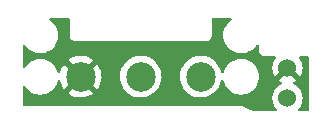
<source format=gbr>
%TF.GenerationSoftware,KiCad,Pcbnew,(6.0.2)*%
%TF.CreationDate,2022-03-02T15:27:46+00:00*%
%TF.ProjectId,305_Right_Hotswap,3330355f-5269-4676-9874-5f486f747377,rev?*%
%TF.SameCoordinates,Original*%
%TF.FileFunction,Copper,L2,Bot*%
%TF.FilePolarity,Positive*%
%FSLAX46Y46*%
G04 Gerber Fmt 4.6, Leading zero omitted, Abs format (unit mm)*
G04 Created by KiCad (PCBNEW (6.0.2)) date 2022-03-02 15:27:46*
%MOMM*%
%LPD*%
G01*
G04 APERTURE LIST*
%TA.AperFunction,ComponentPad*%
%ADD10C,1.524000*%
%TD*%
%TA.AperFunction,ComponentPad*%
%ADD11C,2.500000*%
%TD*%
G04 APERTURE END LIST*
D10*
%TO.P,U1,1,1*%
%TO.N,GND*%
X58150000Y-24670000D03*
%TO.P,U1,2,2*%
%TO.N,NO*%
X58150000Y-27210000D03*
%TD*%
D11*
%TO.P,SW1,1,COM*%
%TO.N,GND*%
X40640000Y-25400000D03*
%TO.P,SW1,2,NO*%
%TO.N,NO*%
X45720000Y-25400000D03*
%TO.P,SW1,3,Dummy*%
%TO.N,unconnected-(SW1-Pad3)*%
X50800000Y-25400000D03*
%TD*%
%TA.AperFunction,Conductor*%
%TO.N,GND*%
G36*
X39654121Y-20428002D02*
G01*
X39700614Y-20481658D01*
X39712000Y-20534000D01*
X39712000Y-21891298D01*
X39711998Y-21892068D01*
X39711524Y-21969652D01*
X39713990Y-21978281D01*
X39713991Y-21978286D01*
X39719639Y-21998048D01*
X39723217Y-22014809D01*
X39726130Y-22035152D01*
X39726133Y-22035162D01*
X39727405Y-22044045D01*
X39738021Y-22067395D01*
X39744464Y-22084907D01*
X39751512Y-22109565D01*
X39767274Y-22134548D01*
X39775404Y-22149614D01*
X39787633Y-22176510D01*
X39804374Y-22195939D01*
X39815479Y-22210947D01*
X39829160Y-22232631D01*
X39835888Y-22238573D01*
X39851296Y-22252181D01*
X39863340Y-22264373D01*
X39882619Y-22286747D01*
X39890147Y-22291626D01*
X39890150Y-22291629D01*
X39904139Y-22300696D01*
X39919013Y-22311986D01*
X39938228Y-22328956D01*
X39946354Y-22332771D01*
X39946355Y-22332772D01*
X39952021Y-22335432D01*
X39964966Y-22341510D01*
X39979935Y-22349824D01*
X40004727Y-22365893D01*
X40021650Y-22370954D01*
X40029290Y-22373239D01*
X40046736Y-22379901D01*
X40069948Y-22390799D01*
X40099130Y-22395343D01*
X40115849Y-22399126D01*
X40135536Y-22405014D01*
X40135539Y-22405015D01*
X40144141Y-22407587D01*
X40153116Y-22407642D01*
X40153117Y-22407642D01*
X40159810Y-22407683D01*
X40178556Y-22407797D01*
X40179328Y-22407830D01*
X40180423Y-22408000D01*
X40211298Y-22408000D01*
X40212068Y-22408002D01*
X40285716Y-22408452D01*
X40285717Y-22408452D01*
X40289652Y-22408476D01*
X40290996Y-22408092D01*
X40292341Y-22408000D01*
X51211298Y-22408000D01*
X51212069Y-22408002D01*
X51289652Y-22408476D01*
X51298281Y-22406010D01*
X51298286Y-22406009D01*
X51318048Y-22400361D01*
X51334809Y-22396783D01*
X51355152Y-22393870D01*
X51355162Y-22393867D01*
X51364045Y-22392595D01*
X51387395Y-22381979D01*
X51404907Y-22375536D01*
X51420937Y-22370954D01*
X51429565Y-22368488D01*
X51454548Y-22352726D01*
X51469614Y-22344596D01*
X51496510Y-22332367D01*
X51515939Y-22315626D01*
X51530947Y-22304521D01*
X51545039Y-22295630D01*
X51552631Y-22290840D01*
X51572182Y-22268703D01*
X51584374Y-22256659D01*
X51599949Y-22243239D01*
X51599950Y-22243237D01*
X51606747Y-22237381D01*
X51611626Y-22229853D01*
X51611629Y-22229850D01*
X51620696Y-22215861D01*
X51631986Y-22200987D01*
X51643012Y-22188502D01*
X51648956Y-22181772D01*
X51661510Y-22155034D01*
X51669824Y-22140065D01*
X51685893Y-22115273D01*
X51693239Y-22090709D01*
X51699901Y-22073264D01*
X51706983Y-22058179D01*
X51710799Y-22050052D01*
X51715343Y-22020870D01*
X51719126Y-22004151D01*
X51725014Y-21984464D01*
X51725015Y-21984461D01*
X51727587Y-21975859D01*
X51727797Y-21941444D01*
X51727830Y-21940672D01*
X51728000Y-21939577D01*
X51728000Y-21908702D01*
X51728002Y-21907932D01*
X51728452Y-21834284D01*
X51728452Y-21834283D01*
X51728476Y-21830348D01*
X51728092Y-21829004D01*
X51728000Y-21827659D01*
X51728000Y-20534000D01*
X51748002Y-20465879D01*
X51801658Y-20419386D01*
X51854000Y-20408000D01*
X53321823Y-20408000D01*
X53389944Y-20428002D01*
X53436437Y-20481658D01*
X53446541Y-20551932D01*
X53417047Y-20616512D01*
X53387658Y-20641433D01*
X53330878Y-20676228D01*
X53150384Y-20830384D01*
X52996228Y-21010878D01*
X52872206Y-21213264D01*
X52870313Y-21217834D01*
X52870311Y-21217838D01*
X52798171Y-21392000D01*
X52781370Y-21432561D01*
X52780215Y-21437373D01*
X52727113Y-21658554D01*
X52727112Y-21658560D01*
X52725958Y-21663367D01*
X52707808Y-21893989D01*
X52707335Y-21900000D01*
X52725958Y-22136633D01*
X52727112Y-22141440D01*
X52727113Y-22141446D01*
X52750432Y-22238573D01*
X52781370Y-22367439D01*
X52783263Y-22372010D01*
X52783264Y-22372012D01*
X52798089Y-22407801D01*
X52872206Y-22586736D01*
X52996228Y-22789122D01*
X53150384Y-22969616D01*
X53330878Y-23123772D01*
X53533264Y-23247794D01*
X53537834Y-23249687D01*
X53537838Y-23249689D01*
X53744729Y-23335386D01*
X53752561Y-23338630D01*
X53833660Y-23358100D01*
X53978554Y-23392887D01*
X53978560Y-23392888D01*
X53983367Y-23394042D01*
X54220000Y-23412665D01*
X54456633Y-23394042D01*
X54461440Y-23392888D01*
X54461446Y-23392887D01*
X54606340Y-23358100D01*
X54687439Y-23338630D01*
X54695271Y-23335386D01*
X54902162Y-23249689D01*
X54902166Y-23249687D01*
X54906736Y-23247794D01*
X55109122Y-23123772D01*
X55289616Y-22969616D01*
X55443772Y-22789122D01*
X55446356Y-22784905D01*
X55446360Y-22784900D01*
X55483014Y-22725085D01*
X55535661Y-22677453D01*
X55605703Y-22665846D01*
X55670900Y-22693949D01*
X55710555Y-22752839D01*
X55716447Y-22790725D01*
X55716989Y-23142935D01*
X55716987Y-23143899D01*
X55716524Y-23219652D01*
X55718989Y-23228275D01*
X55718989Y-23228279D01*
X55724775Y-23248524D01*
X55728325Y-23265091D01*
X55732627Y-23294803D01*
X55736354Y-23302966D01*
X55736354Y-23302967D01*
X55743074Y-23317687D01*
X55749600Y-23335382D01*
X55756512Y-23359565D01*
X55761301Y-23367155D01*
X55772529Y-23384950D01*
X55780587Y-23399857D01*
X55789328Y-23419004D01*
X55789331Y-23419008D01*
X55793059Y-23427175D01*
X55809510Y-23446208D01*
X55820741Y-23461362D01*
X55829370Y-23475040D01*
X55829372Y-23475043D01*
X55834160Y-23482631D01*
X55840886Y-23488571D01*
X55856663Y-23502505D01*
X55868578Y-23514549D01*
X55882344Y-23530475D01*
X55888214Y-23537266D01*
X55895752Y-23542135D01*
X55895754Y-23542137D01*
X55909343Y-23550915D01*
X55924384Y-23562313D01*
X55943228Y-23578956D01*
X55951353Y-23582770D01*
X55951355Y-23582772D01*
X55970403Y-23591715D01*
X55985221Y-23599931D01*
X56002901Y-23611352D01*
X56002905Y-23611354D01*
X56010444Y-23616224D01*
X56019047Y-23618783D01*
X56019048Y-23618783D01*
X56034549Y-23623393D01*
X56052178Y-23630109D01*
X56074948Y-23640799D01*
X56095705Y-23644031D01*
X56104618Y-23645419D01*
X56121147Y-23649146D01*
X56141316Y-23655144D01*
X56141318Y-23655144D01*
X56149922Y-23657703D01*
X56158899Y-23657744D01*
X56160106Y-23657749D01*
X56184179Y-23657859D01*
X56184643Y-23657878D01*
X56185423Y-23658000D01*
X56214553Y-23658000D01*
X56215129Y-23658001D01*
X56295434Y-23658368D01*
X56296464Y-23658072D01*
X56297507Y-23658000D01*
X57066183Y-23658000D01*
X57134304Y-23678002D01*
X57180797Y-23731658D01*
X57190901Y-23801932D01*
X57169396Y-23856270D01*
X57049102Y-24028070D01*
X57043624Y-24037556D01*
X56954355Y-24228993D01*
X56950609Y-24239285D01*
X56895941Y-24443309D01*
X56894038Y-24454104D01*
X56875628Y-24664525D01*
X56875628Y-24675475D01*
X56894038Y-24885896D01*
X56895941Y-24896691D01*
X56950609Y-25100715D01*
X56954355Y-25111007D01*
X57043623Y-25302441D01*
X57049103Y-25311932D01*
X57079794Y-25355765D01*
X57090271Y-25364140D01*
X57103718Y-25357072D01*
X58060905Y-24399885D01*
X58123217Y-24365859D01*
X58194032Y-24370924D01*
X58239095Y-24399885D01*
X59197003Y-25357793D01*
X59208777Y-25364223D01*
X59220793Y-25354926D01*
X59250897Y-25311932D01*
X59256377Y-25302441D01*
X59345645Y-25111007D01*
X59349391Y-25100715D01*
X59404059Y-24896691D01*
X59405962Y-24885896D01*
X59424372Y-24675475D01*
X59424372Y-24664525D01*
X59405962Y-24454104D01*
X59404059Y-24443309D01*
X59349391Y-24239285D01*
X59345645Y-24228993D01*
X59256376Y-24037556D01*
X59250898Y-24028070D01*
X59130604Y-23856270D01*
X59107916Y-23788996D01*
X59125201Y-23720136D01*
X59176971Y-23671552D01*
X59233817Y-23658000D01*
X59840442Y-23658000D01*
X59908563Y-23678002D01*
X59955056Y-23731658D01*
X59966442Y-23784111D01*
X59962582Y-28169727D01*
X59962558Y-28196621D01*
X59942496Y-28264724D01*
X59888799Y-28311170D01*
X59836558Y-28322510D01*
X59138438Y-28322510D01*
X59070317Y-28302508D01*
X59023824Y-28248852D01*
X59013720Y-28178578D01*
X59043214Y-28113998D01*
X59049343Y-28107415D01*
X59126977Y-28029781D01*
X59166998Y-27972626D01*
X59251331Y-27852185D01*
X59251332Y-27852183D01*
X59254488Y-27847676D01*
X59256811Y-27842694D01*
X59256814Y-27842689D01*
X59346117Y-27651178D01*
X59346118Y-27651177D01*
X59348440Y-27646196D01*
X59405978Y-27431463D01*
X59425353Y-27210000D01*
X59405978Y-26988537D01*
X59363258Y-26829104D01*
X59349863Y-26779114D01*
X59349862Y-26779112D01*
X59348440Y-26773804D01*
X59295739Y-26660787D01*
X59256814Y-26577311D01*
X59256811Y-26577306D01*
X59254488Y-26572324D01*
X59251331Y-26567815D01*
X59130136Y-26394730D01*
X59130134Y-26394727D01*
X59126977Y-26390219D01*
X58969781Y-26233023D01*
X58965273Y-26229866D01*
X58965270Y-26229864D01*
X58810333Y-26121376D01*
X58787677Y-26105512D01*
X58782695Y-26103189D01*
X58782690Y-26103186D01*
X58677035Y-26053919D01*
X58623750Y-26007002D01*
X58604289Y-25938725D01*
X58624831Y-25870765D01*
X58677035Y-25825529D01*
X58782445Y-25776376D01*
X58791931Y-25770898D01*
X58835764Y-25740207D01*
X58844139Y-25729729D01*
X58837071Y-25716281D01*
X58162812Y-25042022D01*
X58148868Y-25034408D01*
X58147035Y-25034539D01*
X58140420Y-25038790D01*
X57462207Y-25717003D01*
X57455777Y-25728777D01*
X57465074Y-25740793D01*
X57508069Y-25770898D01*
X57517555Y-25776376D01*
X57622965Y-25825529D01*
X57676250Y-25872446D01*
X57695711Y-25940723D01*
X57675169Y-26008683D01*
X57622965Y-26053919D01*
X57517311Y-26103186D01*
X57517306Y-26103189D01*
X57512324Y-26105512D01*
X57507817Y-26108668D01*
X57507815Y-26108669D01*
X57334730Y-26229864D01*
X57334727Y-26229866D01*
X57330219Y-26233023D01*
X57173023Y-26390219D01*
X57169866Y-26394727D01*
X57169864Y-26394730D01*
X57048669Y-26567815D01*
X57045512Y-26572324D01*
X57043189Y-26577306D01*
X57043186Y-26577311D01*
X57004261Y-26660787D01*
X56951560Y-26773804D01*
X56950138Y-26779112D01*
X56950137Y-26779114D01*
X56936742Y-26829104D01*
X56894022Y-26988537D01*
X56874647Y-27210000D01*
X56894022Y-27431463D01*
X56951560Y-27646196D01*
X56953882Y-27651177D01*
X56953883Y-27651178D01*
X57043186Y-27842689D01*
X57043189Y-27842694D01*
X57045512Y-27847676D01*
X57048668Y-27852183D01*
X57048669Y-27852185D01*
X57133003Y-27972626D01*
X57173023Y-28029781D01*
X57250657Y-28107415D01*
X57284683Y-28169727D01*
X57279618Y-28240542D01*
X57237071Y-28297378D01*
X57170551Y-28322189D01*
X57161562Y-28322510D01*
X55266050Y-28322510D01*
X55211806Y-28310236D01*
X54623816Y-28029781D01*
X54503985Y-27972625D01*
X54502818Y-27971968D01*
X54501772Y-27971044D01*
X54431727Y-27938158D01*
X54431061Y-27937842D01*
X54408419Y-27927042D01*
X54408395Y-27927032D01*
X54405775Y-27925782D01*
X54404736Y-27925457D01*
X54404024Y-27925151D01*
X54378176Y-27913015D01*
X54378175Y-27913015D01*
X54370052Y-27909201D01*
X54361187Y-27907821D01*
X54361185Y-27907820D01*
X54344711Y-27905255D01*
X54326528Y-27901023D01*
X54310622Y-27896054D01*
X54310616Y-27896053D01*
X54302053Y-27893378D01*
X54293085Y-27893214D01*
X54293082Y-27893213D01*
X54267052Y-27892736D01*
X54263089Y-27892547D01*
X54259577Y-27892000D01*
X54228043Y-27892000D01*
X54225734Y-27891979D01*
X54156563Y-27890711D01*
X54152760Y-27891748D01*
X54148693Y-27892000D01*
X35854000Y-27892000D01*
X35785879Y-27871998D01*
X35739386Y-27818342D01*
X35728000Y-27766000D01*
X35728000Y-26298171D01*
X35748002Y-26230050D01*
X35801658Y-26183557D01*
X35871932Y-26173453D01*
X35936512Y-26202947D01*
X35961429Y-26232331D01*
X35996230Y-26289121D01*
X36150386Y-26469614D01*
X36330879Y-26623770D01*
X36533265Y-26747793D01*
X36537835Y-26749686D01*
X36537837Y-26749687D01*
X36747988Y-26836734D01*
X36752561Y-26838628D01*
X36833660Y-26858098D01*
X36978554Y-26892885D01*
X36978560Y-26892886D01*
X36983367Y-26894040D01*
X37220000Y-26912663D01*
X37456633Y-26894040D01*
X37461440Y-26892886D01*
X37461446Y-26892885D01*
X37606340Y-26858098D01*
X37687439Y-26838628D01*
X37692012Y-26836734D01*
X37758647Y-26809133D01*
X39595612Y-26809133D01*
X39604325Y-26820653D01*
X39702018Y-26892284D01*
X39709928Y-26897227D01*
X39932890Y-27014533D01*
X39941453Y-27018256D01*
X40179304Y-27101318D01*
X40188313Y-27103732D01*
X40435842Y-27150727D01*
X40445098Y-27151781D01*
X40696857Y-27161673D01*
X40706171Y-27161347D01*
X40956615Y-27133920D01*
X40965792Y-27132219D01*
X41209431Y-27068074D01*
X41218251Y-27065037D01*
X41449736Y-26965583D01*
X41458008Y-26961276D01*
X41672249Y-26828700D01*
X41679188Y-26823658D01*
X41687518Y-26811019D01*
X41681456Y-26800666D01*
X40652812Y-25772022D01*
X40638868Y-25764408D01*
X40637035Y-25764539D01*
X40630420Y-25768790D01*
X39602270Y-26796940D01*
X39595612Y-26809133D01*
X37758647Y-26809133D01*
X37902163Y-26749687D01*
X37902165Y-26749686D01*
X37906735Y-26747793D01*
X38109121Y-26623770D01*
X38289614Y-26469614D01*
X38443770Y-26289121D01*
X38567793Y-26086735D01*
X38598932Y-26011560D01*
X38656734Y-25872012D01*
X38656735Y-25872010D01*
X38658628Y-25867439D01*
X38678693Y-25783861D01*
X38714045Y-25722293D01*
X38777072Y-25689610D01*
X38847763Y-25696190D01*
X38903674Y-25739945D01*
X38924791Y-25788695D01*
X38940274Y-25866535D01*
X38942768Y-25875528D01*
X39027900Y-26112639D01*
X39031700Y-26121174D01*
X39150946Y-26343101D01*
X39155957Y-26350968D01*
X39219446Y-26435990D01*
X39230704Y-26444439D01*
X39243123Y-26437667D01*
X40267978Y-25412812D01*
X40274356Y-25401132D01*
X41004408Y-25401132D01*
X41004539Y-25402965D01*
X41008790Y-25409580D01*
X42039913Y-26440703D01*
X42052293Y-26447463D01*
X42060634Y-26441219D01*
X42186765Y-26245127D01*
X42191212Y-26236936D01*
X42294691Y-26007222D01*
X42297882Y-25998455D01*
X42366269Y-25755976D01*
X42368129Y-25746834D01*
X42400116Y-25495396D01*
X42400597Y-25489108D01*
X42402847Y-25403160D01*
X42402696Y-25396851D01*
X42399500Y-25353839D01*
X43957173Y-25353839D01*
X43957397Y-25358505D01*
X43957397Y-25358511D01*
X43963443Y-25484373D01*
X43969713Y-25614908D01*
X44020704Y-25871256D01*
X44109026Y-26117252D01*
X44111242Y-26121376D01*
X44206237Y-26298171D01*
X44232737Y-26347491D01*
X44235532Y-26351234D01*
X44235534Y-26351237D01*
X44386330Y-26553177D01*
X44386335Y-26553183D01*
X44389122Y-26556915D01*
X44392431Y-26560195D01*
X44392436Y-26560201D01*
X44571426Y-26737635D01*
X44574743Y-26740923D01*
X44578505Y-26743681D01*
X44578508Y-26743684D01*
X44709571Y-26839783D01*
X44785524Y-26895474D01*
X44789667Y-26897654D01*
X44789669Y-26897655D01*
X45012684Y-27014989D01*
X45012689Y-27014991D01*
X45016834Y-27017172D01*
X45263590Y-27103344D01*
X45268183Y-27104216D01*
X45515785Y-27151224D01*
X45515788Y-27151224D01*
X45520374Y-27152095D01*
X45650958Y-27157226D01*
X45776875Y-27162174D01*
X45776881Y-27162174D01*
X45781543Y-27162357D01*
X45860977Y-27153657D01*
X46036707Y-27134412D01*
X46036712Y-27134411D01*
X46041360Y-27133902D01*
X46154116Y-27104216D01*
X46289594Y-27068548D01*
X46289596Y-27068547D01*
X46294117Y-27067357D01*
X46534262Y-26964182D01*
X46756519Y-26826646D01*
X46760082Y-26823629D01*
X46760087Y-26823626D01*
X46952439Y-26660787D01*
X46952440Y-26660786D01*
X46956005Y-26657768D01*
X46983552Y-26626357D01*
X47125257Y-26464774D01*
X47125261Y-26464769D01*
X47128339Y-26461259D01*
X47269733Y-26241437D01*
X47377083Y-26003129D01*
X47390933Y-25954022D01*
X47446760Y-25756076D01*
X47446761Y-25756073D01*
X47448030Y-25751572D01*
X47461571Y-25645130D01*
X47480616Y-25495421D01*
X47480616Y-25495417D01*
X47481014Y-25492291D01*
X47481098Y-25489108D01*
X47483348Y-25403160D01*
X47483431Y-25400000D01*
X47480348Y-25358511D01*
X47480001Y-25353839D01*
X49037173Y-25353839D01*
X49037397Y-25358505D01*
X49037397Y-25358511D01*
X49043443Y-25484373D01*
X49049713Y-25614908D01*
X49100704Y-25871256D01*
X49189026Y-26117252D01*
X49191242Y-26121376D01*
X49286237Y-26298171D01*
X49312737Y-26347491D01*
X49315532Y-26351234D01*
X49315534Y-26351237D01*
X49466330Y-26553177D01*
X49466335Y-26553183D01*
X49469122Y-26556915D01*
X49472431Y-26560195D01*
X49472436Y-26560201D01*
X49651426Y-26737635D01*
X49654743Y-26740923D01*
X49658505Y-26743681D01*
X49658508Y-26743684D01*
X49789571Y-26839783D01*
X49865524Y-26895474D01*
X49869667Y-26897654D01*
X49869669Y-26897655D01*
X50092684Y-27014989D01*
X50092689Y-27014991D01*
X50096834Y-27017172D01*
X50343590Y-27103344D01*
X50348183Y-27104216D01*
X50595785Y-27151224D01*
X50595788Y-27151224D01*
X50600374Y-27152095D01*
X50730958Y-27157226D01*
X50856875Y-27162174D01*
X50856881Y-27162174D01*
X50861543Y-27162357D01*
X50940977Y-27153657D01*
X51116707Y-27134412D01*
X51116712Y-27134411D01*
X51121360Y-27133902D01*
X51234116Y-27104216D01*
X51369594Y-27068548D01*
X51369596Y-27068547D01*
X51374117Y-27067357D01*
X51614262Y-26964182D01*
X51836519Y-26826646D01*
X51840082Y-26823629D01*
X51840087Y-26823626D01*
X52032439Y-26660787D01*
X52032440Y-26660786D01*
X52036005Y-26657768D01*
X52063552Y-26626357D01*
X52205257Y-26464774D01*
X52205261Y-26464769D01*
X52208339Y-26461259D01*
X52349733Y-26241437D01*
X52457083Y-26003129D01*
X52470933Y-25954022D01*
X52518786Y-25784350D01*
X52556528Y-25724216D01*
X52620789Y-25694034D01*
X52691167Y-25703385D01*
X52745318Y-25749300D01*
X52762573Y-25789135D01*
X52781372Y-25867439D01*
X52783265Y-25872010D01*
X52783266Y-25872012D01*
X52841069Y-26011560D01*
X52872207Y-26086735D01*
X52996230Y-26289121D01*
X53150386Y-26469614D01*
X53330879Y-26623770D01*
X53533265Y-26747793D01*
X53537835Y-26749686D01*
X53537837Y-26749687D01*
X53747988Y-26836734D01*
X53752561Y-26838628D01*
X53833660Y-26858098D01*
X53978554Y-26892885D01*
X53978560Y-26892886D01*
X53983367Y-26894040D01*
X54220000Y-26912663D01*
X54456633Y-26894040D01*
X54461440Y-26892886D01*
X54461446Y-26892885D01*
X54606340Y-26858098D01*
X54687439Y-26838628D01*
X54692012Y-26836734D01*
X54902163Y-26749687D01*
X54902165Y-26749686D01*
X54906735Y-26747793D01*
X55109121Y-26623770D01*
X55289614Y-26469614D01*
X55443770Y-26289121D01*
X55567793Y-26086735D01*
X55598932Y-26011560D01*
X55656734Y-25872012D01*
X55656735Y-25872010D01*
X55658628Y-25867439D01*
X55685388Y-25755976D01*
X55712885Y-25641446D01*
X55712886Y-25641440D01*
X55714040Y-25636633D01*
X55732663Y-25400000D01*
X55714040Y-25163367D01*
X55712886Y-25158560D01*
X55712885Y-25158554D01*
X55678098Y-25013660D01*
X55658628Y-24932561D01*
X55567793Y-24713265D01*
X55443770Y-24510879D01*
X55436041Y-24501829D01*
X55292822Y-24334142D01*
X55289614Y-24330386D01*
X55109121Y-24176230D01*
X54906735Y-24052207D01*
X54902165Y-24050314D01*
X54902163Y-24050313D01*
X54692012Y-23963266D01*
X54692010Y-23963265D01*
X54687439Y-23961372D01*
X54606340Y-23941902D01*
X54461446Y-23907115D01*
X54461440Y-23907114D01*
X54456633Y-23905960D01*
X54220000Y-23887337D01*
X53983367Y-23905960D01*
X53978560Y-23907114D01*
X53978554Y-23907115D01*
X53833660Y-23941902D01*
X53752561Y-23961372D01*
X53747990Y-23963265D01*
X53747988Y-23963266D01*
X53537837Y-24050313D01*
X53537835Y-24050314D01*
X53533265Y-24052207D01*
X53330879Y-24176230D01*
X53150386Y-24330386D01*
X53147178Y-24334142D01*
X53003959Y-24501829D01*
X52996230Y-24510879D01*
X52872207Y-24713265D01*
X52781372Y-24932561D01*
X52761653Y-25014697D01*
X52761267Y-25016304D01*
X52725914Y-25077873D01*
X52662888Y-25110555D01*
X52592197Y-25103974D01*
X52536285Y-25060220D01*
X52515855Y-25014697D01*
X52497270Y-24932561D01*
X52486377Y-24884423D01*
X52418176Y-24709042D01*
X52393340Y-24645176D01*
X52393339Y-24645173D01*
X52391647Y-24640823D01*
X52383691Y-24626902D01*
X52264270Y-24417960D01*
X52261951Y-24413902D01*
X52100138Y-24208643D01*
X51909763Y-24029557D01*
X51731600Y-23905960D01*
X51698851Y-23883241D01*
X51698848Y-23883239D01*
X51695009Y-23880576D01*
X51654644Y-23860670D01*
X51464781Y-23767040D01*
X51464778Y-23767039D01*
X51460593Y-23764975D01*
X51414449Y-23750204D01*
X51216123Y-23686720D01*
X51211665Y-23685293D01*
X50953693Y-23643279D01*
X50839942Y-23641790D01*
X50697022Y-23639919D01*
X50697019Y-23639919D01*
X50692345Y-23639858D01*
X50433362Y-23675104D01*
X50182433Y-23748243D01*
X50178180Y-23750203D01*
X50178179Y-23750204D01*
X50127888Y-23773389D01*
X49945072Y-23857668D01*
X49906067Y-23883241D01*
X49730404Y-23998410D01*
X49730399Y-23998414D01*
X49726491Y-24000976D01*
X49531494Y-24175018D01*
X49364363Y-24375970D01*
X49228771Y-24599419D01*
X49127697Y-24840455D01*
X49063359Y-25093783D01*
X49062891Y-25098434D01*
X49062890Y-25098438D01*
X49052245Y-25204159D01*
X49037173Y-25353839D01*
X47480001Y-25353839D01*
X47464407Y-25144000D01*
X47464406Y-25143996D01*
X47464061Y-25139348D01*
X47455320Y-25100715D01*
X47407408Y-24888980D01*
X47406377Y-24884423D01*
X47338176Y-24709042D01*
X47313340Y-24645176D01*
X47313339Y-24645173D01*
X47311647Y-24640823D01*
X47303691Y-24626902D01*
X47184270Y-24417960D01*
X47181951Y-24413902D01*
X47020138Y-24208643D01*
X46829763Y-24029557D01*
X46651600Y-23905960D01*
X46618851Y-23883241D01*
X46618848Y-23883239D01*
X46615009Y-23880576D01*
X46574644Y-23860670D01*
X46384781Y-23767040D01*
X46384778Y-23767039D01*
X46380593Y-23764975D01*
X46334449Y-23750204D01*
X46136123Y-23686720D01*
X46131665Y-23685293D01*
X45873693Y-23643279D01*
X45759942Y-23641790D01*
X45617022Y-23639919D01*
X45617019Y-23639919D01*
X45612345Y-23639858D01*
X45353362Y-23675104D01*
X45102433Y-23748243D01*
X45098180Y-23750203D01*
X45098179Y-23750204D01*
X45047888Y-23773389D01*
X44865072Y-23857668D01*
X44826067Y-23883241D01*
X44650404Y-23998410D01*
X44650399Y-23998414D01*
X44646491Y-24000976D01*
X44451494Y-24175018D01*
X44284363Y-24375970D01*
X44148771Y-24599419D01*
X44047697Y-24840455D01*
X43983359Y-25093783D01*
X43982891Y-25098434D01*
X43982890Y-25098438D01*
X43972245Y-25204159D01*
X43957173Y-25353839D01*
X42399500Y-25353839D01*
X42383912Y-25144074D01*
X42382536Y-25134868D01*
X42326929Y-24889126D01*
X42324205Y-24880215D01*
X42232888Y-24645392D01*
X42228877Y-24636983D01*
X42103854Y-24418240D01*
X42098643Y-24410514D01*
X42061391Y-24363261D01*
X42049466Y-24354790D01*
X42037934Y-24361276D01*
X41012022Y-25387188D01*
X41004408Y-25401132D01*
X40274356Y-25401132D01*
X40275592Y-25398868D01*
X40275461Y-25397035D01*
X40271210Y-25390420D01*
X39241321Y-24360531D01*
X39228013Y-24353264D01*
X39217974Y-24360386D01*
X39207761Y-24372666D01*
X39202346Y-24380258D01*
X39071646Y-24595646D01*
X39067408Y-24603963D01*
X38969981Y-24836299D01*
X38967020Y-24845149D01*
X38923264Y-25017441D01*
X38887110Y-25078542D01*
X38823660Y-25110397D01*
X38753062Y-25102892D01*
X38697728Y-25058410D01*
X38678623Y-25015841D01*
X38659786Y-24937382D01*
X38659783Y-24937373D01*
X38658628Y-24932561D01*
X38567793Y-24713265D01*
X38443770Y-24510879D01*
X38436041Y-24501829D01*
X38292822Y-24334142D01*
X38289614Y-24330386D01*
X38109121Y-24176230D01*
X37906735Y-24052207D01*
X37902165Y-24050314D01*
X37902163Y-24050313D01*
X37753664Y-23988803D01*
X39593216Y-23988803D01*
X39597789Y-23998579D01*
X40627188Y-25027978D01*
X40641132Y-25035592D01*
X40642965Y-25035461D01*
X40649580Y-25031210D01*
X41678419Y-24002371D01*
X41684803Y-23990681D01*
X41675391Y-23978570D01*
X41538593Y-23883670D01*
X41530565Y-23878942D01*
X41304593Y-23767505D01*
X41295960Y-23764017D01*
X41055998Y-23687205D01*
X41046938Y-23685029D01*
X40798260Y-23644529D01*
X40788973Y-23643717D01*
X40537053Y-23640419D01*
X40527742Y-23640989D01*
X40278097Y-23674964D01*
X40268978Y-23676902D01*
X40027098Y-23747404D01*
X40018367Y-23750667D01*
X39789558Y-23856151D01*
X39781406Y-23860670D01*
X39602353Y-23978062D01*
X39593216Y-23988803D01*
X37753664Y-23988803D01*
X37692012Y-23963266D01*
X37692010Y-23963265D01*
X37687439Y-23961372D01*
X37606340Y-23941902D01*
X37461446Y-23907115D01*
X37461440Y-23907114D01*
X37456633Y-23905960D01*
X37220000Y-23887337D01*
X36983367Y-23905960D01*
X36978560Y-23907114D01*
X36978554Y-23907115D01*
X36833660Y-23941902D01*
X36752561Y-23961372D01*
X36747990Y-23963265D01*
X36747988Y-23963266D01*
X36537837Y-24050313D01*
X36537835Y-24050314D01*
X36533265Y-24052207D01*
X36330879Y-24176230D01*
X36150386Y-24330386D01*
X36147178Y-24334142D01*
X36003959Y-24501829D01*
X35996230Y-24510879D01*
X35961431Y-24567666D01*
X35908785Y-24615295D01*
X35838744Y-24626902D01*
X35773546Y-24598799D01*
X35733892Y-24539908D01*
X35728000Y-24501829D01*
X35728000Y-22798177D01*
X35748002Y-22730056D01*
X35801658Y-22683563D01*
X35871932Y-22673459D01*
X35936512Y-22702953D01*
X35961433Y-22732342D01*
X35996228Y-22789122D01*
X36150384Y-22969616D01*
X36330878Y-23123772D01*
X36533264Y-23247794D01*
X36537834Y-23249687D01*
X36537838Y-23249689D01*
X36744729Y-23335386D01*
X36752561Y-23338630D01*
X36833660Y-23358100D01*
X36978554Y-23392887D01*
X36978560Y-23392888D01*
X36983367Y-23394042D01*
X37220000Y-23412665D01*
X37456633Y-23394042D01*
X37461440Y-23392888D01*
X37461446Y-23392887D01*
X37606340Y-23358100D01*
X37687439Y-23338630D01*
X37695271Y-23335386D01*
X37902162Y-23249689D01*
X37902166Y-23249687D01*
X37906736Y-23247794D01*
X38109122Y-23123772D01*
X38289616Y-22969616D01*
X38443772Y-22789122D01*
X38567794Y-22586736D01*
X38641912Y-22407801D01*
X38656736Y-22372012D01*
X38656737Y-22372010D01*
X38658630Y-22367439D01*
X38689568Y-22238573D01*
X38712887Y-22141446D01*
X38712888Y-22141440D01*
X38714042Y-22136633D01*
X38732665Y-21900000D01*
X38714042Y-21663367D01*
X38712888Y-21658560D01*
X38712887Y-21658554D01*
X38659785Y-21437373D01*
X38658630Y-21432561D01*
X38641829Y-21392000D01*
X38569689Y-21217838D01*
X38569687Y-21217834D01*
X38567794Y-21213264D01*
X38443772Y-21010878D01*
X38289616Y-20830384D01*
X38109122Y-20676228D01*
X38052342Y-20641433D01*
X38004711Y-20588785D01*
X37993104Y-20518743D01*
X38021207Y-20453546D01*
X38080098Y-20413892D01*
X38118177Y-20408000D01*
X39586000Y-20408000D01*
X39654121Y-20428002D01*
G37*
%TD.AperFunction*%
%TD*%
M02*

</source>
